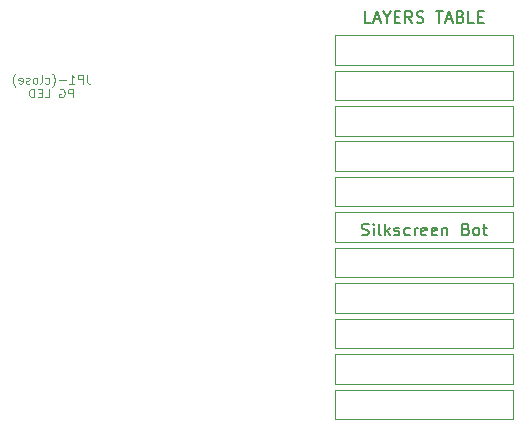
<source format=gbr>
%TF.GenerationSoftware,KiCad,Pcbnew,(5.1.6)-1*%
%TF.CreationDate,2020-07-26T11:23:49+05:30*%
%TF.ProjectId,KiCAD Demo- Buck-Boost Regulator,4b694341-4420-4446-956d-6f2d20427563,rev?*%
%TF.SameCoordinates,Original*%
%TF.FileFunction,Legend,Bot*%
%TF.FilePolarity,Positive*%
%FSLAX46Y46*%
G04 Gerber Fmt 4.6, Leading zero omitted, Abs format (unit mm)*
G04 Created by KiCad (PCBNEW (5.1.6)-1) date 2020-07-26 11:23:49*
%MOMM*%
%LPD*%
G01*
G04 APERTURE LIST*
%ADD10C,0.150000*%
%ADD11C,0.120000*%
%ADD12C,0.076200*%
G04 APERTURE END LIST*
D10*
X138726190Y-66202380D02*
X138250000Y-66202380D01*
X138250000Y-65202380D01*
X139011904Y-65916666D02*
X139488095Y-65916666D01*
X138916666Y-66202380D02*
X139250000Y-65202380D01*
X139583333Y-66202380D01*
X140107142Y-65726190D02*
X140107142Y-66202380D01*
X139773809Y-65202380D02*
X140107142Y-65726190D01*
X140440476Y-65202380D01*
X140773809Y-65678571D02*
X141107142Y-65678571D01*
X141250000Y-66202380D02*
X140773809Y-66202380D01*
X140773809Y-65202380D01*
X141250000Y-65202380D01*
X142250000Y-66202380D02*
X141916666Y-65726190D01*
X141678571Y-66202380D02*
X141678571Y-65202380D01*
X142059523Y-65202380D01*
X142154761Y-65250000D01*
X142202380Y-65297619D01*
X142250000Y-65392857D01*
X142250000Y-65535714D01*
X142202380Y-65630952D01*
X142154761Y-65678571D01*
X142059523Y-65726190D01*
X141678571Y-65726190D01*
X142630952Y-66154761D02*
X142773809Y-66202380D01*
X143011904Y-66202380D01*
X143107142Y-66154761D01*
X143154761Y-66107142D01*
X143202380Y-66011904D01*
X143202380Y-65916666D01*
X143154761Y-65821428D01*
X143107142Y-65773809D01*
X143011904Y-65726190D01*
X142821428Y-65678571D01*
X142726190Y-65630952D01*
X142678571Y-65583333D01*
X142630952Y-65488095D01*
X142630952Y-65392857D01*
X142678571Y-65297619D01*
X142726190Y-65250000D01*
X142821428Y-65202380D01*
X143059523Y-65202380D01*
X143202380Y-65250000D01*
X144250000Y-65202380D02*
X144821428Y-65202380D01*
X144535714Y-66202380D02*
X144535714Y-65202380D01*
X145107142Y-65916666D02*
X145583333Y-65916666D01*
X145011904Y-66202380D02*
X145345238Y-65202380D01*
X145678571Y-66202380D01*
X146345238Y-65678571D02*
X146488095Y-65726190D01*
X146535714Y-65773809D01*
X146583333Y-65869047D01*
X146583333Y-66011904D01*
X146535714Y-66107142D01*
X146488095Y-66154761D01*
X146392857Y-66202380D01*
X146011904Y-66202380D01*
X146011904Y-65202380D01*
X146345238Y-65202380D01*
X146440476Y-65250000D01*
X146488095Y-65297619D01*
X146535714Y-65392857D01*
X146535714Y-65488095D01*
X146488095Y-65583333D01*
X146440476Y-65630952D01*
X146345238Y-65678571D01*
X146011904Y-65678571D01*
X147488095Y-66202380D02*
X147011904Y-66202380D01*
X147011904Y-65202380D01*
X147821428Y-65678571D02*
X148154761Y-65678571D01*
X148297619Y-66202380D02*
X147821428Y-66202380D01*
X147821428Y-65202380D01*
X148297619Y-65202380D01*
X137988095Y-84154761D02*
X138130952Y-84202380D01*
X138369047Y-84202380D01*
X138464285Y-84154761D01*
X138511904Y-84107142D01*
X138559523Y-84011904D01*
X138559523Y-83916666D01*
X138511904Y-83821428D01*
X138464285Y-83773809D01*
X138369047Y-83726190D01*
X138178571Y-83678571D01*
X138083333Y-83630952D01*
X138035714Y-83583333D01*
X137988095Y-83488095D01*
X137988095Y-83392857D01*
X138035714Y-83297619D01*
X138083333Y-83250000D01*
X138178571Y-83202380D01*
X138416666Y-83202380D01*
X138559523Y-83250000D01*
X138988095Y-84202380D02*
X138988095Y-83535714D01*
X138988095Y-83202380D02*
X138940476Y-83250000D01*
X138988095Y-83297619D01*
X139035714Y-83250000D01*
X138988095Y-83202380D01*
X138988095Y-83297619D01*
X139607142Y-84202380D02*
X139511904Y-84154761D01*
X139464285Y-84059523D01*
X139464285Y-83202380D01*
X139988095Y-84202380D02*
X139988095Y-83202380D01*
X140083333Y-83821428D02*
X140369047Y-84202380D01*
X140369047Y-83535714D02*
X139988095Y-83916666D01*
X140750000Y-84154761D02*
X140845238Y-84202380D01*
X141035714Y-84202380D01*
X141130952Y-84154761D01*
X141178571Y-84059523D01*
X141178571Y-84011904D01*
X141130952Y-83916666D01*
X141035714Y-83869047D01*
X140892857Y-83869047D01*
X140797619Y-83821428D01*
X140750000Y-83726190D01*
X140750000Y-83678571D01*
X140797619Y-83583333D01*
X140892857Y-83535714D01*
X141035714Y-83535714D01*
X141130952Y-83583333D01*
X142035714Y-84154761D02*
X141940476Y-84202380D01*
X141750000Y-84202380D01*
X141654761Y-84154761D01*
X141607142Y-84107142D01*
X141559523Y-84011904D01*
X141559523Y-83726190D01*
X141607142Y-83630952D01*
X141654761Y-83583333D01*
X141750000Y-83535714D01*
X141940476Y-83535714D01*
X142035714Y-83583333D01*
X142464285Y-84202380D02*
X142464285Y-83535714D01*
X142464285Y-83726190D02*
X142511904Y-83630952D01*
X142559523Y-83583333D01*
X142654761Y-83535714D01*
X142750000Y-83535714D01*
X143464285Y-84154761D02*
X143369047Y-84202380D01*
X143178571Y-84202380D01*
X143083333Y-84154761D01*
X143035714Y-84059523D01*
X143035714Y-83678571D01*
X143083333Y-83583333D01*
X143178571Y-83535714D01*
X143369047Y-83535714D01*
X143464285Y-83583333D01*
X143511904Y-83678571D01*
X143511904Y-83773809D01*
X143035714Y-83869047D01*
X144321428Y-84154761D02*
X144226190Y-84202380D01*
X144035714Y-84202380D01*
X143940476Y-84154761D01*
X143892857Y-84059523D01*
X143892857Y-83678571D01*
X143940476Y-83583333D01*
X144035714Y-83535714D01*
X144226190Y-83535714D01*
X144321428Y-83583333D01*
X144369047Y-83678571D01*
X144369047Y-83773809D01*
X143892857Y-83869047D01*
X144797619Y-83535714D02*
X144797619Y-84202380D01*
X144797619Y-83630952D02*
X144845238Y-83583333D01*
X144940476Y-83535714D01*
X145083333Y-83535714D01*
X145178571Y-83583333D01*
X145226190Y-83678571D01*
X145226190Y-84202380D01*
X146797619Y-83678571D02*
X146940476Y-83726190D01*
X146988095Y-83773809D01*
X147035714Y-83869047D01*
X147035714Y-84011904D01*
X146988095Y-84107142D01*
X146940476Y-84154761D01*
X146845238Y-84202380D01*
X146464285Y-84202380D01*
X146464285Y-83202380D01*
X146797619Y-83202380D01*
X146892857Y-83250000D01*
X146940476Y-83297619D01*
X146988095Y-83392857D01*
X146988095Y-83488095D01*
X146940476Y-83583333D01*
X146892857Y-83630952D01*
X146797619Y-83678571D01*
X146464285Y-83678571D01*
X147607142Y-84202380D02*
X147511904Y-84154761D01*
X147464285Y-84107142D01*
X147416666Y-84011904D01*
X147416666Y-83726190D01*
X147464285Y-83630952D01*
X147511904Y-83583333D01*
X147607142Y-83535714D01*
X147750000Y-83535714D01*
X147845238Y-83583333D01*
X147892857Y-83630952D01*
X147940476Y-83726190D01*
X147940476Y-84011904D01*
X147892857Y-84107142D01*
X147845238Y-84154761D01*
X147750000Y-84202380D01*
X147607142Y-84202380D01*
X148226190Y-83535714D02*
X148607142Y-83535714D01*
X148369047Y-83202380D02*
X148369047Y-84059523D01*
X148416666Y-84154761D01*
X148511904Y-84202380D01*
X148607142Y-84202380D01*
D11*
X150750000Y-99750000D02*
X135750000Y-99750000D01*
X135750000Y-97250000D02*
X150750000Y-97250000D01*
X150750000Y-97250000D02*
X150750000Y-99750000D01*
X150750000Y-93750000D02*
X135750000Y-93750000D01*
X135750000Y-91250000D02*
X150750000Y-91250000D01*
X135750000Y-93750000D02*
X135750000Y-91250000D01*
X150750000Y-91250000D02*
X150750000Y-93750000D01*
X135750000Y-99750000D02*
X135750000Y-97250000D01*
X150750000Y-94250000D02*
X150750000Y-96750000D01*
X135750000Y-96750000D02*
X135750000Y-94250000D01*
X150750000Y-96750000D02*
X135750000Y-96750000D01*
X135750000Y-94250000D02*
X150750000Y-94250000D01*
X150750000Y-84750000D02*
X135750000Y-84750000D01*
X135750000Y-84750000D02*
X135750000Y-82250000D01*
X135750000Y-82250000D02*
X150750000Y-82250000D01*
X150750000Y-82250000D02*
X150750000Y-84750000D01*
X150750000Y-85250000D02*
X150750000Y-87750000D01*
X150750000Y-87750000D02*
X135750000Y-87750000D01*
X135750000Y-85250000D02*
X150750000Y-85250000D01*
X135750000Y-87750000D02*
X135750000Y-85250000D01*
X135750000Y-90750000D02*
X135750000Y-88250000D01*
X150750000Y-88250000D02*
X150750000Y-90750000D01*
X135750000Y-88250000D02*
X150750000Y-88250000D01*
X150750000Y-90750000D02*
X135750000Y-90750000D01*
X150750000Y-81750000D02*
X135750000Y-81750000D01*
X135750000Y-79250000D02*
X150750000Y-79250000D01*
X135750000Y-81750000D02*
X135750000Y-79250000D01*
X150750000Y-79250000D02*
X150750000Y-81750000D01*
X150750000Y-78750000D02*
X135750000Y-78750000D01*
X135750000Y-76250000D02*
X150750000Y-76250000D01*
X135750000Y-78750000D02*
X135750000Y-76250000D01*
X150750000Y-76250000D02*
X150750000Y-78750000D01*
X150750000Y-75750000D02*
X135750000Y-75750000D01*
X135750000Y-73250000D02*
X150750000Y-73250000D01*
X135750000Y-75750000D02*
X135750000Y-73250000D01*
X150750000Y-73250000D02*
X150750000Y-75750000D01*
X150750000Y-72750000D02*
X135750000Y-72750000D01*
X135750000Y-70250000D02*
X150750000Y-70250000D01*
X135750000Y-72750000D02*
X135750000Y-70250000D01*
X150750000Y-70250000D02*
X150750000Y-72750000D01*
X135750000Y-69750000D02*
X135750000Y-67250000D01*
X150750000Y-69750000D02*
X135750000Y-69750000D01*
X150750000Y-67250000D02*
X150750000Y-69750000D01*
X135750000Y-67250000D02*
X150750000Y-67250000D01*
D12*
X114697161Y-70606073D02*
X114697161Y-71132216D01*
X114732238Y-71237445D01*
X114802390Y-71307597D01*
X114907619Y-71342673D01*
X114977771Y-71342673D01*
X114346400Y-71342673D02*
X114346400Y-70606073D01*
X114065790Y-70606073D01*
X113995638Y-70641150D01*
X113960561Y-70676226D01*
X113925485Y-70746378D01*
X113925485Y-70851607D01*
X113960561Y-70921759D01*
X113995638Y-70956835D01*
X114065790Y-70991911D01*
X114346400Y-70991911D01*
X113223961Y-71342673D02*
X113644876Y-71342673D01*
X113434419Y-71342673D02*
X113434419Y-70606073D01*
X113504571Y-70711302D01*
X113574723Y-70781454D01*
X113644876Y-70816530D01*
X112908276Y-71062064D02*
X112347057Y-71062064D01*
X111785838Y-71623283D02*
X111820914Y-71588207D01*
X111891066Y-71482978D01*
X111926142Y-71412826D01*
X111961219Y-71307597D01*
X111996295Y-71132216D01*
X111996295Y-70991911D01*
X111961219Y-70816530D01*
X111926142Y-70711302D01*
X111891066Y-70641150D01*
X111820914Y-70535921D01*
X111785838Y-70500845D01*
X111189542Y-71307597D02*
X111259695Y-71342673D01*
X111400000Y-71342673D01*
X111470152Y-71307597D01*
X111505228Y-71272521D01*
X111540304Y-71202369D01*
X111540304Y-70991911D01*
X111505228Y-70921759D01*
X111470152Y-70886683D01*
X111400000Y-70851607D01*
X111259695Y-70851607D01*
X111189542Y-70886683D01*
X110768628Y-71342673D02*
X110838780Y-71307597D01*
X110873857Y-71237445D01*
X110873857Y-70606073D01*
X110382790Y-71342673D02*
X110452942Y-71307597D01*
X110488019Y-71272521D01*
X110523095Y-71202369D01*
X110523095Y-70991911D01*
X110488019Y-70921759D01*
X110452942Y-70886683D01*
X110382790Y-70851607D01*
X110277561Y-70851607D01*
X110207409Y-70886683D01*
X110172333Y-70921759D01*
X110137257Y-70991911D01*
X110137257Y-71202369D01*
X110172333Y-71272521D01*
X110207409Y-71307597D01*
X110277561Y-71342673D01*
X110382790Y-71342673D01*
X109856647Y-71307597D02*
X109786495Y-71342673D01*
X109646190Y-71342673D01*
X109576038Y-71307597D01*
X109540961Y-71237445D01*
X109540961Y-71202369D01*
X109576038Y-71132216D01*
X109646190Y-71097140D01*
X109751419Y-71097140D01*
X109821571Y-71062064D01*
X109856647Y-70991911D01*
X109856647Y-70956835D01*
X109821571Y-70886683D01*
X109751419Y-70851607D01*
X109646190Y-70851607D01*
X109576038Y-70886683D01*
X108944666Y-71307597D02*
X109014819Y-71342673D01*
X109155123Y-71342673D01*
X109225276Y-71307597D01*
X109260352Y-71237445D01*
X109260352Y-70956835D01*
X109225276Y-70886683D01*
X109155123Y-70851607D01*
X109014819Y-70851607D01*
X108944666Y-70886683D01*
X108909590Y-70956835D01*
X108909590Y-71026988D01*
X109260352Y-71097140D01*
X108664057Y-71623283D02*
X108628980Y-71588207D01*
X108558828Y-71482978D01*
X108523752Y-71412826D01*
X108488676Y-71307597D01*
X108453600Y-71132216D01*
X108453600Y-70991911D01*
X108488676Y-70816530D01*
X108523752Y-70711302D01*
X108558828Y-70641150D01*
X108628980Y-70535921D01*
X108664057Y-70500845D01*
X113522109Y-72523773D02*
X113522109Y-71787173D01*
X113241500Y-71787173D01*
X113171347Y-71822250D01*
X113136271Y-71857326D01*
X113101195Y-71927478D01*
X113101195Y-72032707D01*
X113136271Y-72102859D01*
X113171347Y-72137935D01*
X113241500Y-72173011D01*
X113522109Y-72173011D01*
X112399671Y-71822250D02*
X112469823Y-71787173D01*
X112575052Y-71787173D01*
X112680280Y-71822250D01*
X112750433Y-71892402D01*
X112785509Y-71962554D01*
X112820585Y-72102859D01*
X112820585Y-72208088D01*
X112785509Y-72348392D01*
X112750433Y-72418545D01*
X112680280Y-72488697D01*
X112575052Y-72523773D01*
X112504900Y-72523773D01*
X112399671Y-72488697D01*
X112364595Y-72453621D01*
X112364595Y-72208088D01*
X112504900Y-72208088D01*
X111136928Y-72523773D02*
X111487690Y-72523773D01*
X111487690Y-71787173D01*
X110891395Y-72137935D02*
X110645861Y-72137935D01*
X110540633Y-72523773D02*
X110891395Y-72523773D01*
X110891395Y-71787173D01*
X110540633Y-71787173D01*
X110224947Y-72523773D02*
X110224947Y-71787173D01*
X110049566Y-71787173D01*
X109944338Y-71822250D01*
X109874185Y-71892402D01*
X109839109Y-71962554D01*
X109804033Y-72102859D01*
X109804033Y-72208088D01*
X109839109Y-72348392D01*
X109874185Y-72418545D01*
X109944338Y-72488697D01*
X110049566Y-72523773D01*
X110224947Y-72523773D01*
M02*

</source>
